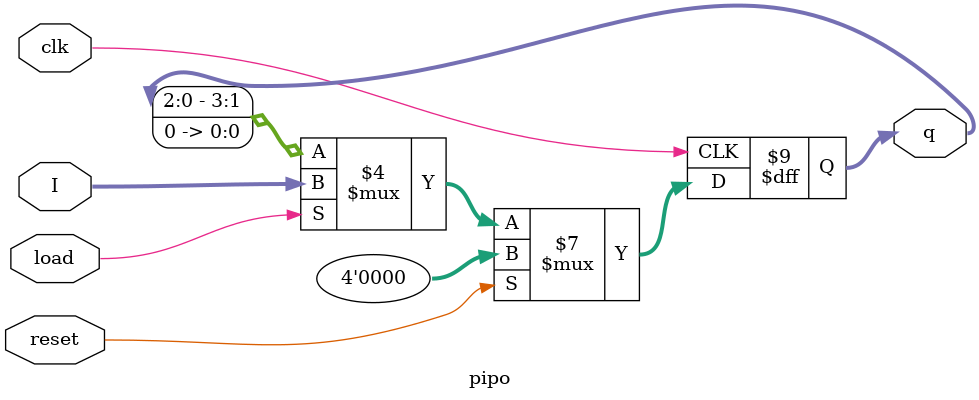
<source format=v>
module pipo(I,clk,reset,load,q);
input [3:0]I;
input clk,reset,load;
output reg [3:0]q;
reg [3:0] tmp;
always @(posedge clk )
begin
if (reset)
q <= 4'b0;
else
begin
if(load)
q<= I;
else
q<=q<<1;
end
end
endmodule

</source>
